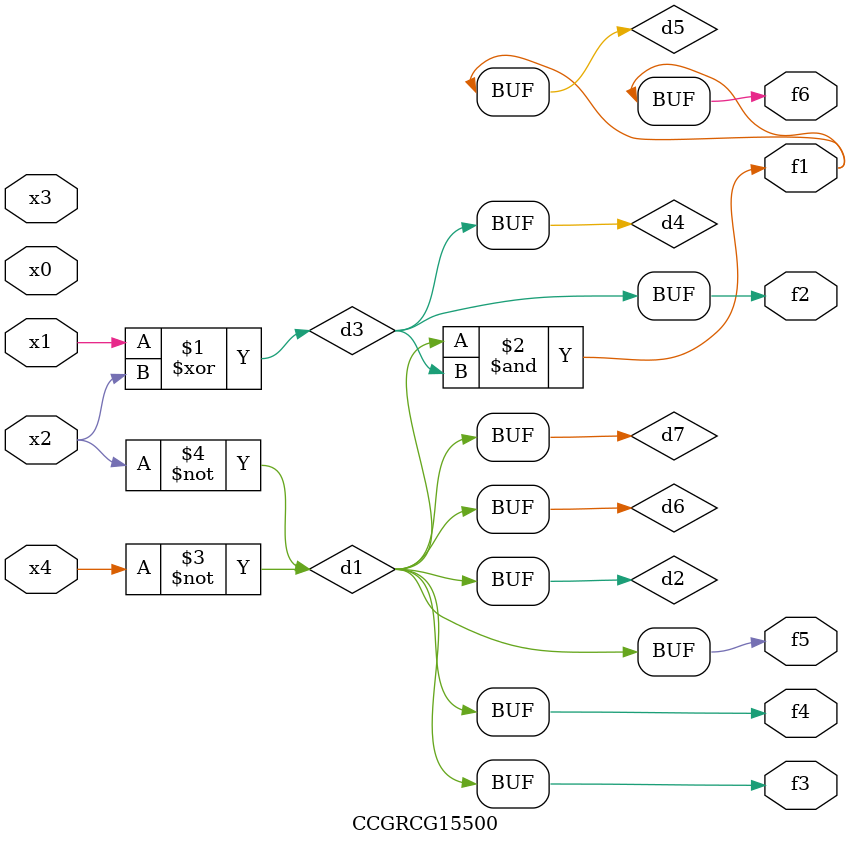
<source format=v>
module CCGRCG15500(
	input x0, x1, x2, x3, x4,
	output f1, f2, f3, f4, f5, f6
);

	wire d1, d2, d3, d4, d5, d6, d7;

	not (d1, x4);
	not (d2, x2);
	xor (d3, x1, x2);
	buf (d4, d3);
	and (d5, d1, d3);
	buf (d6, d1, d2);
	buf (d7, d2);
	assign f1 = d5;
	assign f2 = d4;
	assign f3 = d7;
	assign f4 = d7;
	assign f5 = d7;
	assign f6 = d5;
endmodule

</source>
